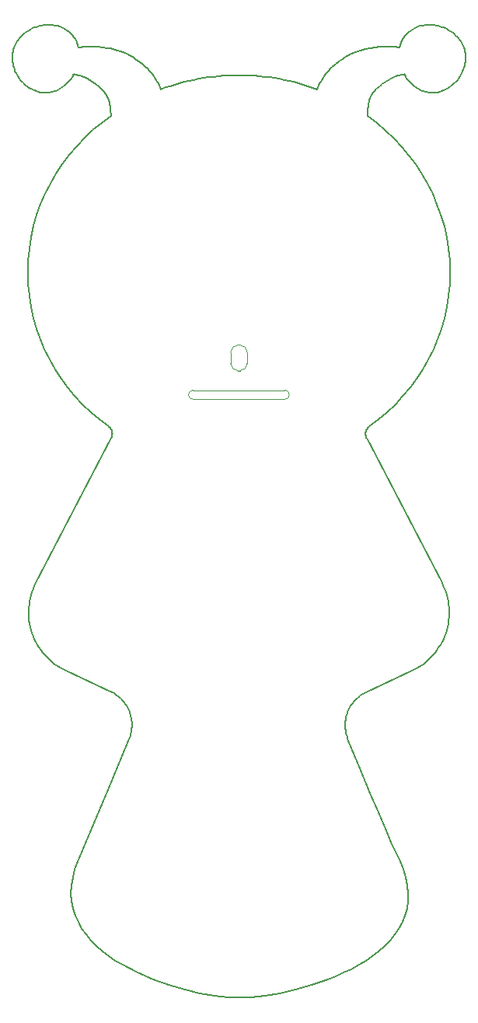
<source format=gbr>
%TF.GenerationSoftware,KiCad,Pcbnew,8.0.8*%
%TF.CreationDate,2025-02-04T17:04:15+00:00*%
%TF.ProjectId,mariposa,6d617269-706f-4736-912e-6b696361645f,2.0*%
%TF.SameCoordinates,Original*%
%TF.FileFunction,Profile,NP*%
%FSLAX46Y46*%
G04 Gerber Fmt 4.6, Leading zero omitted, Abs format (unit mm)*
G04 Created by KiCad (PCBNEW 8.0.8) date 2025-02-04 17:04:15*
%MOMM*%
%LPD*%
G01*
G04 APERTURE LIST*
%TA.AperFunction,Profile*%
%ADD10C,0.050000*%
%TD*%
%TA.AperFunction,Profile*%
%ADD11C,0.201083*%
%TD*%
G04 APERTURE END LIST*
D10*
X144500000Y-76300000D02*
G75*
G02*
X145000000Y-75800000I500000J0D01*
G01*
X145000000Y-76800000D02*
G75*
G02*
X144500000Y-76300000I0J500000D01*
G01*
D11*
X170894960Y-36045845D02*
X171094030Y-36059773D01*
X171292866Y-36083263D01*
X171490953Y-36116166D01*
X171687772Y-36158333D01*
X171882808Y-36209617D01*
X172075546Y-36269870D01*
X172265468Y-36338944D01*
X172452058Y-36416690D01*
X172634800Y-36502960D01*
X172813179Y-36597606D01*
X172986677Y-36700480D01*
X173154778Y-36811433D01*
X173316967Y-36930318D01*
X173472726Y-37056987D01*
X173621540Y-37191291D01*
X173762893Y-37333082D01*
X173896267Y-37482212D01*
X174021148Y-37638533D01*
X174137018Y-37801897D01*
X174243361Y-37972155D01*
X174339662Y-38149159D01*
X174425403Y-38332762D01*
X174500070Y-38522815D01*
X174567900Y-38736345D01*
X174620159Y-38951885D01*
X174657261Y-39168844D01*
X174679619Y-39386630D01*
X174687648Y-39604652D01*
X174681760Y-39822320D01*
X174662370Y-40039040D01*
X174629892Y-40254222D01*
X174584739Y-40467275D01*
X174527326Y-40677608D01*
X174458066Y-40884628D01*
X174377373Y-41087745D01*
X174285661Y-41286368D01*
X174183344Y-41479904D01*
X174070835Y-41667763D01*
X173948548Y-41849354D01*
X173816898Y-42024084D01*
X173676298Y-42191363D01*
X173527162Y-42350599D01*
X173369903Y-42501201D01*
X173204936Y-42642578D01*
X173032675Y-42774138D01*
X172853533Y-42895290D01*
X172667923Y-43005443D01*
X172476261Y-43104004D01*
X172278960Y-43190384D01*
X172076433Y-43263990D01*
X171869094Y-43324232D01*
X171657358Y-43370517D01*
X171441638Y-43402255D01*
X171222348Y-43418854D01*
X170999902Y-43419722D01*
X170808978Y-43408119D01*
X170624721Y-43386274D01*
X170447090Y-43354883D01*
X170276048Y-43314642D01*
X170111552Y-43266247D01*
X169953565Y-43210394D01*
X169802046Y-43147778D01*
X169656955Y-43079095D01*
X169518253Y-43005042D01*
X169385901Y-42926313D01*
X169259857Y-42843605D01*
X169140083Y-42757613D01*
X168919185Y-42578562D01*
X168722888Y-42394726D01*
X168550875Y-42211672D01*
X168402828Y-42034965D01*
X168278430Y-41870172D01*
X168177362Y-41722859D01*
X168043946Y-41502940D01*
X168000039Y-41419738D01*
X167936623Y-41425284D01*
X167859986Y-41435332D01*
X167755738Y-41452997D01*
X167625635Y-41480356D01*
X167471431Y-41519486D01*
X167294883Y-41572462D01*
X167097747Y-41641360D01*
X166881777Y-41728258D01*
X166767279Y-41779105D01*
X166648731Y-41835230D01*
X166526352Y-41896893D01*
X166400363Y-41964354D01*
X166270982Y-42037872D01*
X166138429Y-42117705D01*
X166002924Y-42204115D01*
X165864686Y-42297361D01*
X165723934Y-42397701D01*
X165580888Y-42505396D01*
X165435767Y-42620705D01*
X165288791Y-42743887D01*
X165140179Y-42875203D01*
X164990151Y-43014911D01*
X164906068Y-43097990D01*
X164827184Y-43181448D01*
X164753322Y-43265302D01*
X164684306Y-43349573D01*
X164619957Y-43434281D01*
X164560099Y-43519444D01*
X164504554Y-43605082D01*
X164453147Y-43691215D01*
X164362032Y-43865044D01*
X164285339Y-44041086D01*
X164221649Y-44219498D01*
X164169547Y-44400435D01*
X164127615Y-44584054D01*
X164094435Y-44770512D01*
X164068592Y-44959964D01*
X164048668Y-45152566D01*
X164020910Y-45547848D01*
X163999825Y-45957606D01*
X165002543Y-46718975D01*
X165957408Y-47530721D01*
X166862098Y-48390675D01*
X167714289Y-49296673D01*
X168511657Y-50246547D01*
X169251880Y-51238131D01*
X169932633Y-52269258D01*
X170551593Y-53337762D01*
X171106436Y-54441476D01*
X171594838Y-55578234D01*
X172014477Y-56745869D01*
X172363028Y-57942215D01*
X172638168Y-59165105D01*
X172837574Y-60412372D01*
X172908150Y-61044470D01*
X172958921Y-61681851D01*
X172989597Y-62324242D01*
X172999886Y-62971373D01*
X172960671Y-64252241D01*
X172844328Y-65509785D01*
X172652816Y-66742350D01*
X172388090Y-67948280D01*
X172052109Y-69125919D01*
X171646828Y-70273611D01*
X171174204Y-71389700D01*
X170636195Y-72472528D01*
X170034757Y-73520442D01*
X169371848Y-74531783D01*
X168649423Y-75504896D01*
X167869441Y-76438126D01*
X167033857Y-77329815D01*
X166144629Y-78178308D01*
X165203713Y-78981949D01*
X164213067Y-79739081D01*
X164175876Y-79766951D01*
X164140315Y-79796243D01*
X164106399Y-79826894D01*
X164074142Y-79858837D01*
X164043562Y-79892008D01*
X164014673Y-79926341D01*
X163987491Y-79961772D01*
X163962031Y-79998235D01*
X163938308Y-80035664D01*
X163916340Y-80073996D01*
X163896140Y-80113164D01*
X163877724Y-80153104D01*
X163861108Y-80193750D01*
X163846308Y-80235038D01*
X163833338Y-80276901D01*
X163822215Y-80319276D01*
X163812954Y-80362096D01*
X163805570Y-80405297D01*
X163800078Y-80448813D01*
X163796496Y-80492579D01*
X163794837Y-80536531D01*
X163795117Y-80580602D01*
X163797352Y-80624729D01*
X163801558Y-80668844D01*
X163807750Y-80712885D01*
X163815943Y-80756784D01*
X163826153Y-80800478D01*
X163838395Y-80843901D01*
X163852685Y-80886988D01*
X163869039Y-80929673D01*
X163887471Y-80971892D01*
X163907998Y-81013579D01*
X172115380Y-96747558D01*
X172272504Y-97068365D01*
X172412449Y-97395240D01*
X172535163Y-97727509D01*
X172640596Y-98064498D01*
X172728697Y-98405536D01*
X172799414Y-98749948D01*
X172852697Y-99097062D01*
X172888494Y-99446204D01*
X172906753Y-99796701D01*
X172907425Y-100147880D01*
X172890457Y-100499068D01*
X172855799Y-100849591D01*
X172803399Y-101198776D01*
X172733207Y-101545951D01*
X172645170Y-101890441D01*
X172539239Y-102231574D01*
X172416022Y-102566862D01*
X172276554Y-102893933D01*
X172121285Y-103212284D01*
X171950665Y-103521413D01*
X171765142Y-103820817D01*
X171565168Y-104109993D01*
X171351190Y-104388439D01*
X171123660Y-104655652D01*
X170883027Y-104911129D01*
X170629739Y-105154368D01*
X170364248Y-105384866D01*
X170087002Y-105602119D01*
X169798452Y-105805627D01*
X169499047Y-105994885D01*
X169189236Y-106169391D01*
X168869470Y-106328643D01*
X163882607Y-108655921D01*
X163706236Y-108743495D01*
X163535979Y-108838590D01*
X163371951Y-108940915D01*
X163214270Y-109050178D01*
X163063053Y-109166087D01*
X162918417Y-109288349D01*
X162780478Y-109416674D01*
X162649353Y-109550769D01*
X162525158Y-109690342D01*
X162408011Y-109835102D01*
X162298028Y-109984757D01*
X162195326Y-110139014D01*
X162100021Y-110297582D01*
X162012232Y-110460169D01*
X161932073Y-110626482D01*
X161859662Y-110796231D01*
X161795116Y-110969123D01*
X161738551Y-111144867D01*
X161690085Y-111323170D01*
X161649833Y-111503740D01*
X161617913Y-111686287D01*
X161594442Y-111870517D01*
X161579536Y-112056139D01*
X161573311Y-112242861D01*
X161575886Y-112430391D01*
X161587375Y-112618437D01*
X161607897Y-112806708D01*
X161637568Y-112994911D01*
X161676505Y-113182754D01*
X161724824Y-113369947D01*
X161782642Y-113556196D01*
X161850076Y-113741210D01*
X162978742Y-116558279D01*
X164341462Y-119844751D01*
X165089571Y-121593228D01*
X165870969Y-123374112D01*
X166677246Y-125159089D01*
X167499993Y-126919845D01*
X167908136Y-127886686D01*
X168198818Y-128818646D01*
X168377624Y-129715996D01*
X168450138Y-130579014D01*
X168421946Y-131407972D01*
X168298633Y-132203147D01*
X168085781Y-132964813D01*
X167788977Y-133693244D01*
X167413805Y-134388715D01*
X166965850Y-135051502D01*
X166450695Y-135681878D01*
X165873927Y-136280119D01*
X165241129Y-136846499D01*
X164557886Y-137381293D01*
X163829782Y-137884776D01*
X163062404Y-138357222D01*
X162261334Y-138798907D01*
X161432157Y-139210105D01*
X160580459Y-139591091D01*
X159711824Y-139942139D01*
X157946081Y-140555521D01*
X156179606Y-141052451D01*
X154457074Y-141435126D01*
X152823164Y-141705744D01*
X151322553Y-141866503D01*
X149999917Y-141919600D01*
X148765182Y-141866503D01*
X147340746Y-141705744D01*
X145771287Y-141435126D01*
X144101484Y-141052451D01*
X142376014Y-140555521D01*
X140639555Y-139942139D01*
X138936787Y-139210105D01*
X137312387Y-138357222D01*
X136543538Y-137884776D01*
X135811034Y-137381293D01*
X135120462Y-136846499D01*
X134477406Y-136280119D01*
X133887451Y-135681878D01*
X133356181Y-135051502D01*
X132889181Y-134388715D01*
X132492037Y-133693244D01*
X132170332Y-132964813D01*
X131929653Y-132203147D01*
X131775582Y-131407972D01*
X131713706Y-130579014D01*
X131749609Y-129715996D01*
X131888876Y-128818646D01*
X132137092Y-127886686D01*
X132499841Y-126919845D01*
X135552979Y-119720365D01*
X138036797Y-113773231D01*
X138108696Y-113586977D01*
X138170734Y-113399299D01*
X138223029Y-113210502D01*
X138265700Y-113020889D01*
X138298865Y-112830765D01*
X138322643Y-112640435D01*
X138337151Y-112450203D01*
X138342508Y-112260374D01*
X138338832Y-112071251D01*
X138326242Y-111883140D01*
X138304856Y-111696345D01*
X138274792Y-111511170D01*
X138236169Y-111327919D01*
X138189104Y-111146898D01*
X138133717Y-110968410D01*
X138070125Y-110792761D01*
X137998446Y-110620254D01*
X137918800Y-110451193D01*
X137831304Y-110285884D01*
X137736076Y-110124631D01*
X137633236Y-109967738D01*
X137522901Y-109815510D01*
X137405189Y-109668250D01*
X137280219Y-109526265D01*
X137148110Y-109389857D01*
X137008978Y-109259332D01*
X136862944Y-109134993D01*
X136710125Y-109017146D01*
X136550639Y-108906095D01*
X136384604Y-108802143D01*
X136212140Y-108705597D01*
X136033364Y-108616759D01*
X131130364Y-106328643D01*
X130810642Y-106169391D01*
X130500864Y-105994885D01*
X130201482Y-105805627D01*
X129912946Y-105602119D01*
X129635707Y-105384866D01*
X129370216Y-105154368D01*
X129116923Y-104911129D01*
X128876280Y-104655652D01*
X128648736Y-104388439D01*
X128434744Y-104109993D01*
X128234752Y-103820817D01*
X128049213Y-103521413D01*
X127878577Y-103212284D01*
X127723295Y-102893933D01*
X127583817Y-102566862D01*
X127460595Y-102231574D01*
X127354664Y-101890441D01*
X127266628Y-101545951D01*
X127196436Y-101198776D01*
X127144036Y-100849591D01*
X127109379Y-100499068D01*
X127092411Y-100147880D01*
X127093083Y-99796701D01*
X127111343Y-99446204D01*
X127147140Y-99097062D01*
X127200423Y-98749948D01*
X127271140Y-98405536D01*
X127359241Y-98064498D01*
X127464674Y-97727509D01*
X127587388Y-97395240D01*
X127727331Y-97068365D01*
X127884454Y-96747558D01*
X136093148Y-81014113D01*
X136113699Y-80972375D01*
X136132153Y-80930104D01*
X136148525Y-80887365D01*
X136162830Y-80844224D01*
X136175084Y-80800746D01*
X136185303Y-80756996D01*
X136193503Y-80713039D01*
X136199698Y-80668942D01*
X136206138Y-80580584D01*
X136204748Y-80492445D01*
X136195652Y-80405047D01*
X136178975Y-80318912D01*
X136154841Y-80234564D01*
X136123375Y-80152525D01*
X136084700Y-80073316D01*
X136038942Y-79997461D01*
X136013445Y-79960954D01*
X135986224Y-79925481D01*
X135957295Y-79891108D01*
X135926672Y-79857900D01*
X135894372Y-79825921D01*
X135860409Y-79795239D01*
X135824800Y-79765917D01*
X135787560Y-79738021D01*
X134796775Y-78981075D01*
X133855737Y-78177598D01*
X132966403Y-77329246D01*
X132130729Y-76437679D01*
X131350670Y-75504552D01*
X130628182Y-74531524D01*
X129965221Y-73520253D01*
X129363742Y-72472396D01*
X128825701Y-71389611D01*
X128353053Y-70273555D01*
X127947755Y-69125887D01*
X127611763Y-67948264D01*
X127347030Y-66742343D01*
X127155515Y-65509783D01*
X127039171Y-64252240D01*
X126999955Y-62971373D01*
X127041183Y-61677743D01*
X127163304Y-60404290D01*
X127363971Y-59153202D01*
X127640839Y-57926667D01*
X127991561Y-56726873D01*
X128413791Y-55556008D01*
X128905184Y-54416259D01*
X129463393Y-53309815D01*
X130086073Y-52238864D01*
X130770877Y-51205593D01*
X131515460Y-50212190D01*
X132317475Y-49260843D01*
X133174577Y-48353740D01*
X134084419Y-47493068D01*
X135044656Y-46681016D01*
X136052941Y-45919772D01*
X136042010Y-45714937D01*
X136029817Y-45514595D01*
X136015094Y-45318470D01*
X136006389Y-45221903D01*
X135996575Y-45126288D01*
X135984725Y-45025510D01*
X135971276Y-44925756D01*
X135956041Y-44826983D01*
X135938834Y-44729145D01*
X135919469Y-44632202D01*
X135897761Y-44536107D01*
X135873522Y-44440819D01*
X135846566Y-44346293D01*
X135819061Y-44259733D01*
X135788934Y-44173761D01*
X135756041Y-44088349D01*
X135720234Y-44003464D01*
X135681367Y-43919078D01*
X135639293Y-43835158D01*
X135593866Y-43751675D01*
X135544940Y-43668597D01*
X135492367Y-43585895D01*
X135436002Y-43503537D01*
X135375697Y-43421493D01*
X135311307Y-43339732D01*
X135242684Y-43258224D01*
X135169683Y-43176938D01*
X135092156Y-43095844D01*
X135009957Y-43014911D01*
X134711272Y-42743887D01*
X134419141Y-42505396D01*
X134135320Y-42297361D01*
X133861561Y-42117705D01*
X133599620Y-41964354D01*
X133351252Y-41835230D01*
X133118211Y-41728258D01*
X132902251Y-41641360D01*
X132705128Y-41572462D01*
X132528595Y-41519486D01*
X132244319Y-41452997D01*
X132063460Y-41425284D01*
X132000054Y-41419738D01*
X131956136Y-41502940D01*
X131900763Y-41598593D01*
X131822691Y-41722859D01*
X131721604Y-41870172D01*
X131597183Y-42034965D01*
X131449113Y-42211672D01*
X131277077Y-42394726D01*
X131181972Y-42486894D01*
X131080756Y-42578562D01*
X130973390Y-42669034D01*
X130859835Y-42757613D01*
X130740050Y-42843605D01*
X130613996Y-42926313D01*
X130481633Y-43005042D01*
X130342922Y-43079095D01*
X130197823Y-43147778D01*
X130046297Y-43210394D01*
X129888303Y-43266247D01*
X129723803Y-43314642D01*
X129552756Y-43354883D01*
X129375123Y-43386274D01*
X129190864Y-43408119D01*
X128999940Y-43419722D01*
X128777493Y-43418854D01*
X128558202Y-43402255D01*
X128342482Y-43370517D01*
X128130746Y-43324232D01*
X127923408Y-43263990D01*
X127720881Y-43190384D01*
X127523581Y-43104004D01*
X127331920Y-43005443D01*
X127146313Y-42895290D01*
X126967173Y-42774138D01*
X126794914Y-42642578D01*
X126629951Y-42501201D01*
X126472696Y-42350599D01*
X126323565Y-42191363D01*
X126182970Y-42024084D01*
X126051326Y-41849354D01*
X125929046Y-41667763D01*
X125816545Y-41479904D01*
X125714236Y-41286368D01*
X125622533Y-41087745D01*
X125541851Y-40884628D01*
X125472602Y-40677608D01*
X125415201Y-40467275D01*
X125370061Y-40254222D01*
X125337598Y-40039040D01*
X125318223Y-39822320D01*
X125312352Y-39604652D01*
X125320398Y-39386630D01*
X125342775Y-39168844D01*
X125379897Y-38951885D01*
X125432178Y-38736345D01*
X125500031Y-38522815D01*
X125574674Y-38332762D01*
X125660393Y-38149159D01*
X125756673Y-37972155D01*
X125862998Y-37801897D01*
X125978850Y-37638533D01*
X126103713Y-37482212D01*
X126237073Y-37333082D01*
X126378411Y-37191291D01*
X126527212Y-37056987D01*
X126682959Y-36930318D01*
X126845136Y-36811433D01*
X127013228Y-36700480D01*
X127186717Y-36597606D01*
X127365087Y-36502960D01*
X127547822Y-36416690D01*
X127734405Y-36338944D01*
X127924322Y-36269870D01*
X128117054Y-36209617D01*
X128312086Y-36158333D01*
X128508901Y-36116166D01*
X128706983Y-36083263D01*
X128905817Y-36059773D01*
X129104885Y-36045845D01*
X129303671Y-36041626D01*
X129501659Y-36047265D01*
X129698333Y-36062909D01*
X129893176Y-36088707D01*
X130085672Y-36124807D01*
X130275305Y-36171357D01*
X130461559Y-36228505D01*
X130643917Y-36296400D01*
X130821862Y-36375190D01*
X130963181Y-36446880D01*
X131096388Y-36522049D01*
X131221721Y-36600318D01*
X131339417Y-36681311D01*
X131449714Y-36764650D01*
X131552851Y-36849958D01*
X131649064Y-36936857D01*
X131738591Y-37024971D01*
X131821671Y-37113921D01*
X131898541Y-37203330D01*
X131969439Y-37292822D01*
X132034603Y-37382018D01*
X132148678Y-37558016D01*
X132242669Y-37728304D01*
X132318479Y-37889864D01*
X132378008Y-38039677D01*
X132423161Y-38174724D01*
X132455838Y-38291986D01*
X132491376Y-38461083D01*
X132499841Y-38522815D01*
X132662121Y-38496839D01*
X133114265Y-38446230D01*
X133432773Y-38424492D01*
X133804231Y-38411960D01*
X134222133Y-38413758D01*
X134679975Y-38435005D01*
X135171249Y-38480825D01*
X135689452Y-38556339D01*
X135956619Y-38606831D01*
X136228078Y-38666668D01*
X136503016Y-38736489D01*
X136780621Y-38816935D01*
X137060078Y-38908646D01*
X137340575Y-39012261D01*
X137621299Y-39128422D01*
X137901436Y-39257769D01*
X138180174Y-39400941D01*
X138456698Y-39558579D01*
X138730197Y-39731323D01*
X138999856Y-39919814D01*
X139222092Y-40089283D01*
X139436253Y-40264911D01*
X139642185Y-40446103D01*
X139839733Y-40632264D01*
X140028741Y-40822800D01*
X140209055Y-41017116D01*
X140380520Y-41214618D01*
X140542981Y-41414711D01*
X140696283Y-41616802D01*
X140840270Y-41820294D01*
X140974788Y-42024594D01*
X141099682Y-42229108D01*
X141214797Y-42433240D01*
X141319978Y-42636396D01*
X141415069Y-42837981D01*
X141499917Y-43037402D01*
X141995802Y-42859371D01*
X142497121Y-42691790D01*
X143003719Y-42534801D01*
X143515443Y-42388548D01*
X144032138Y-42253173D01*
X144553652Y-42128819D01*
X145079829Y-42015630D01*
X145610517Y-41913748D01*
X146145560Y-41823317D01*
X146684806Y-41744479D01*
X147228101Y-41677378D01*
X147775290Y-41622157D01*
X148326221Y-41578957D01*
X148880738Y-41547924D01*
X149438688Y-41529199D01*
X149999917Y-41522925D01*
X150561149Y-41529199D01*
X151119101Y-41547924D01*
X151673620Y-41578957D01*
X152224552Y-41622157D01*
X152771743Y-41677378D01*
X153315038Y-41744479D01*
X153854285Y-41823317D01*
X154389329Y-41913748D01*
X154920016Y-42015630D01*
X155446193Y-42128819D01*
X155967705Y-42253173D01*
X156484400Y-42388548D01*
X156996122Y-42534801D01*
X157502718Y-42691790D01*
X158499917Y-43037402D01*
X158584764Y-42837981D01*
X158679856Y-42636396D01*
X158785037Y-42433240D01*
X158900152Y-42229108D01*
X159025046Y-42024594D01*
X159159564Y-41820294D01*
X159303551Y-41616802D01*
X159456853Y-41414711D01*
X159619314Y-41214618D01*
X159790779Y-41017116D01*
X159971093Y-40822800D01*
X160160101Y-40632264D01*
X160357649Y-40446103D01*
X160563581Y-40264911D01*
X160777742Y-40089283D01*
X160999978Y-39919814D01*
X161269637Y-39731323D01*
X161543136Y-39558579D01*
X161819660Y-39400941D01*
X162098398Y-39257769D01*
X162659259Y-39012261D01*
X163219213Y-38816935D01*
X163771756Y-38666668D01*
X164310382Y-38556339D01*
X164828585Y-38480825D01*
X165319859Y-38435005D01*
X165777701Y-38413758D01*
X166195603Y-38411960D01*
X166885569Y-38446230D01*
X167499993Y-38522815D01*
X167508458Y-38461083D01*
X167521891Y-38388446D01*
X167543996Y-38291986D01*
X167576673Y-38174724D01*
X167621826Y-38039677D01*
X167681356Y-37889864D01*
X167717106Y-37810364D01*
X167757165Y-37728304D01*
X167801769Y-37644062D01*
X167851156Y-37558016D01*
X167905564Y-37470542D01*
X167965231Y-37382018D01*
X168030395Y-37292822D01*
X168101293Y-37203330D01*
X168178163Y-37113921D01*
X168261243Y-37024971D01*
X168350770Y-36936857D01*
X168446984Y-36849958D01*
X168550120Y-36764650D01*
X168660417Y-36681311D01*
X168778113Y-36600318D01*
X168903446Y-36522049D01*
X169036653Y-36446880D01*
X169177972Y-36375190D01*
X169355918Y-36296400D01*
X169538276Y-36228505D01*
X169724531Y-36171357D01*
X169914165Y-36124807D01*
X170106662Y-36088707D01*
X170301506Y-36062909D01*
X170498182Y-36047265D01*
X170696171Y-36041626D01*
X170894960Y-36045845D01*
D10*
X145000000Y-76800000D02*
X155000000Y-76800000D01*
X155500000Y-76300000D02*
G75*
G02*
X155000000Y-76800000I-500000J0D01*
G01*
X155000000Y-75800000D02*
G75*
G02*
X155500000Y-76300000I0J-500000D01*
G01*
X155000000Y-75800000D02*
X145000000Y-75800000D01*
%TO.C,LED1*%
X149100000Y-72882679D02*
X149100000Y-71682679D01*
X150100000Y-70882679D02*
X149900000Y-70882679D01*
X150100000Y-73682679D02*
X149900000Y-73682679D01*
X150900000Y-72882679D02*
X150900000Y-71682679D01*
X149100000Y-71682679D02*
G75*
G02*
X149900000Y-70882679I800001J-1D01*
G01*
X149900000Y-73682679D02*
G75*
G02*
X149100000Y-72882679I1J800001D01*
G01*
X150100000Y-70882679D02*
G75*
G02*
X150900000Y-71682679I-1J-800001D01*
G01*
X150900000Y-72882679D02*
G75*
G02*
X150100000Y-73682679I-800001J1D01*
G01*
%TD*%
M02*

</source>
